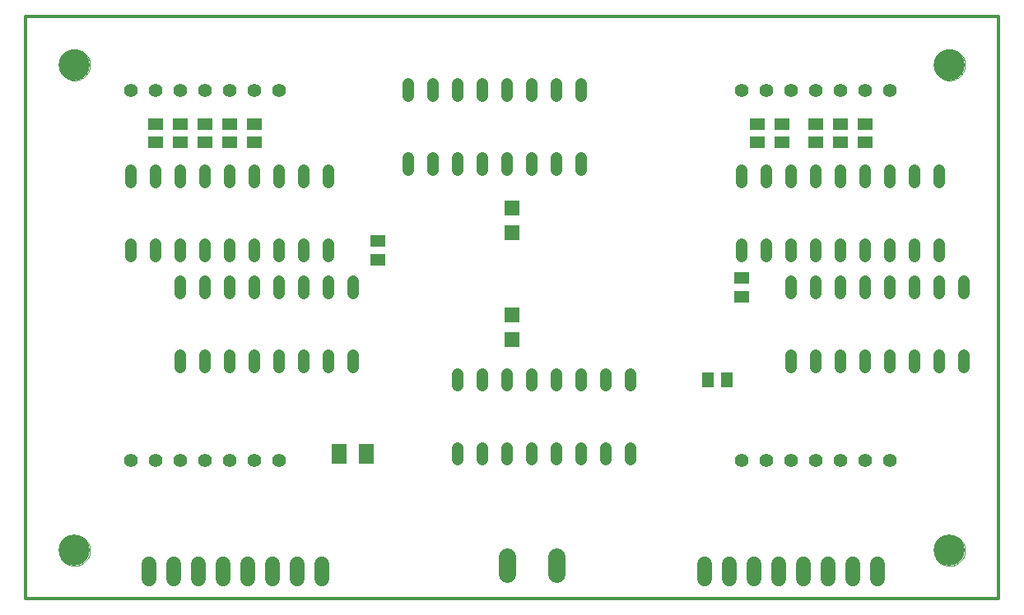
<source format=gts>
G75*
%MOIN*%
%OFA0B0*%
%FSLAX24Y24*%
%IPPOS*%
%LPD*%
%AMOC8*
5,1,8,0,0,1.08239X$1,22.5*
%
%ADD10C,0.0120*%
%ADD11C,0.0480*%
%ADD12C,0.0551*%
%ADD13R,0.0591X0.0591*%
%ADD14C,0.0600*%
%ADD15R,0.0591X0.0512*%
%ADD16R,0.0512X0.0591*%
%ADD17R,0.0630X0.0787*%
%ADD18C,0.0705*%
%ADD19C,0.0000*%
%ADD20C,0.1260*%
D10*
X009609Y006799D02*
X009609Y030421D01*
X048979Y030421D01*
X048979Y006799D01*
X009609Y006799D01*
D11*
X015859Y016185D02*
X015859Y016665D01*
X016859Y016665D02*
X016859Y016185D01*
X017859Y016185D02*
X017859Y016665D01*
X018859Y016665D02*
X018859Y016185D01*
X019859Y016185D02*
X019859Y016665D01*
X020859Y016665D02*
X020859Y016185D01*
X021859Y016185D02*
X021859Y016665D01*
X022859Y016665D02*
X022859Y016185D01*
X027109Y015915D02*
X027109Y015435D01*
X028109Y015435D02*
X028109Y015915D01*
X029109Y015915D02*
X029109Y015435D01*
X030109Y015435D02*
X030109Y015915D01*
X031109Y015915D02*
X031109Y015435D01*
X032109Y015435D02*
X032109Y015915D01*
X033109Y015915D02*
X033109Y015435D01*
X034109Y015435D02*
X034109Y015915D01*
X034109Y012915D02*
X034109Y012435D01*
X033109Y012435D02*
X033109Y012915D01*
X032109Y012915D02*
X032109Y012435D01*
X031109Y012435D02*
X031109Y012915D01*
X030109Y012915D02*
X030109Y012435D01*
X029109Y012435D02*
X029109Y012915D01*
X028109Y012915D02*
X028109Y012435D01*
X027109Y012435D02*
X027109Y012915D01*
X022859Y019185D02*
X022859Y019665D01*
X021859Y019665D02*
X021859Y019185D01*
X020859Y019185D02*
X020859Y019665D01*
X019859Y019665D02*
X019859Y019185D01*
X018859Y019185D02*
X018859Y019665D01*
X017859Y019665D02*
X017859Y019185D01*
X016859Y019185D02*
X016859Y019665D01*
X015859Y019665D02*
X015859Y019185D01*
X015859Y020685D02*
X015859Y021165D01*
X016859Y021165D02*
X016859Y020685D01*
X017859Y020685D02*
X017859Y021165D01*
X018859Y021165D02*
X018859Y020685D01*
X019859Y020685D02*
X019859Y021165D01*
X020859Y021165D02*
X020859Y020685D01*
X021859Y020685D02*
X021859Y021165D01*
X021859Y023685D02*
X021859Y024165D01*
X020859Y024165D02*
X020859Y023685D01*
X019859Y023685D02*
X019859Y024165D01*
X018859Y024165D02*
X018859Y023685D01*
X017859Y023685D02*
X017859Y024165D01*
X016859Y024165D02*
X016859Y023685D01*
X015859Y023685D02*
X015859Y024165D01*
X014859Y024165D02*
X014859Y023685D01*
X013859Y023685D02*
X013859Y024165D01*
X013859Y021165D02*
X013859Y020685D01*
X014859Y020685D02*
X014859Y021165D01*
X025109Y024185D02*
X025109Y024665D01*
X026109Y024665D02*
X026109Y024185D01*
X027109Y024185D02*
X027109Y024665D01*
X028109Y024665D02*
X028109Y024185D01*
X029109Y024185D02*
X029109Y024665D01*
X030109Y024665D02*
X030109Y024185D01*
X031109Y024185D02*
X031109Y024665D01*
X032109Y024665D02*
X032109Y024185D01*
X032109Y027185D02*
X032109Y027665D01*
X031109Y027665D02*
X031109Y027185D01*
X030109Y027185D02*
X030109Y027665D01*
X029109Y027665D02*
X029109Y027185D01*
X028109Y027185D02*
X028109Y027665D01*
X027109Y027665D02*
X027109Y027185D01*
X026109Y027185D02*
X026109Y027665D01*
X025109Y027665D02*
X025109Y027185D01*
X038609Y024165D02*
X038609Y023685D01*
X039609Y023685D02*
X039609Y024165D01*
X040609Y024165D02*
X040609Y023685D01*
X041609Y023685D02*
X041609Y024165D01*
X042609Y024165D02*
X042609Y023685D01*
X043609Y023685D02*
X043609Y024165D01*
X044609Y024165D02*
X044609Y023685D01*
X045609Y023685D02*
X045609Y024165D01*
X046609Y024165D02*
X046609Y023685D01*
X046609Y021165D02*
X046609Y020685D01*
X045609Y020685D02*
X045609Y021165D01*
X044609Y021165D02*
X044609Y020685D01*
X043609Y020685D02*
X043609Y021165D01*
X042609Y021165D02*
X042609Y020685D01*
X041609Y020685D02*
X041609Y021165D01*
X040609Y021165D02*
X040609Y020685D01*
X039609Y020685D02*
X039609Y021165D01*
X038609Y021165D02*
X038609Y020685D01*
X040609Y019665D02*
X040609Y019185D01*
X041609Y019185D02*
X041609Y019665D01*
X042609Y019665D02*
X042609Y019185D01*
X043609Y019185D02*
X043609Y019665D01*
X044609Y019665D02*
X044609Y019185D01*
X045609Y019185D02*
X045609Y019665D01*
X046609Y019665D02*
X046609Y019185D01*
X047609Y019185D02*
X047609Y019665D01*
X047609Y016665D02*
X047609Y016185D01*
X046609Y016185D02*
X046609Y016665D01*
X045609Y016665D02*
X045609Y016185D01*
X044609Y016185D02*
X044609Y016665D01*
X043609Y016665D02*
X043609Y016185D01*
X042609Y016185D02*
X042609Y016665D01*
X041609Y016665D02*
X041609Y016185D01*
X040609Y016185D02*
X040609Y016665D01*
D12*
X040609Y012425D03*
X041609Y012425D03*
X042609Y012425D03*
X043609Y012425D03*
X044609Y012425D03*
X039609Y012425D03*
X038609Y012425D03*
X019859Y012425D03*
X018859Y012425D03*
X017859Y012425D03*
X016859Y012425D03*
X015859Y012425D03*
X014859Y012425D03*
X013859Y012425D03*
X013859Y027425D03*
X014859Y027425D03*
X015859Y027425D03*
X016859Y027425D03*
X017859Y027425D03*
X018859Y027425D03*
X019859Y027425D03*
X038609Y027425D03*
X039609Y027425D03*
X040609Y027425D03*
X041609Y027425D03*
X042609Y027425D03*
X043609Y027425D03*
X044609Y027425D03*
D13*
X029294Y022653D03*
X029294Y021653D03*
X029294Y018322D03*
X029294Y017322D03*
D14*
X021609Y008225D02*
X021609Y007625D01*
X020609Y007625D02*
X020609Y008225D01*
X019609Y008225D02*
X019609Y007625D01*
X018609Y007625D02*
X018609Y008225D01*
X017609Y008225D02*
X017609Y007625D01*
X016609Y007625D02*
X016609Y008225D01*
X015609Y008225D02*
X015609Y007625D01*
X014609Y007625D02*
X014609Y008225D01*
X037109Y008225D02*
X037109Y007625D01*
X038109Y007625D02*
X038109Y008225D01*
X039109Y008225D02*
X039109Y007625D01*
X040109Y007625D02*
X040109Y008225D01*
X041109Y008225D02*
X041109Y007625D01*
X042109Y007625D02*
X042109Y008225D01*
X043109Y008225D02*
X043109Y007625D01*
X044109Y007625D02*
X044109Y008225D01*
D15*
X038609Y019051D03*
X038609Y019799D03*
X039234Y025301D03*
X039234Y026049D03*
X040234Y026049D03*
X040234Y025301D03*
X041609Y025301D03*
X042609Y025301D03*
X042609Y026049D03*
X041609Y026049D03*
X043609Y026049D03*
X043609Y025301D03*
X023859Y021299D03*
X023859Y020551D03*
X018859Y025301D03*
X018859Y026049D03*
X017859Y026049D03*
X016859Y026049D03*
X016859Y025301D03*
X017859Y025301D03*
X015859Y025301D03*
X015859Y026049D03*
X014859Y026049D03*
X014859Y025301D03*
D16*
X037235Y015675D03*
X037983Y015675D03*
D17*
X023410Y012675D03*
X022307Y012675D03*
D18*
X029109Y008527D02*
X029109Y007822D01*
X031109Y007822D02*
X031109Y008527D01*
D19*
X046380Y008767D02*
X046382Y008817D01*
X046388Y008867D01*
X046398Y008916D01*
X046412Y008964D01*
X046429Y009011D01*
X046450Y009056D01*
X046475Y009100D01*
X046503Y009141D01*
X046535Y009180D01*
X046569Y009217D01*
X046606Y009251D01*
X046646Y009281D01*
X046688Y009308D01*
X046732Y009332D01*
X046778Y009353D01*
X046825Y009369D01*
X046873Y009382D01*
X046923Y009391D01*
X046972Y009396D01*
X047023Y009397D01*
X047073Y009394D01*
X047122Y009387D01*
X047171Y009376D01*
X047219Y009361D01*
X047265Y009343D01*
X047310Y009321D01*
X047353Y009295D01*
X047394Y009266D01*
X047433Y009234D01*
X047469Y009199D01*
X047501Y009161D01*
X047531Y009121D01*
X047558Y009078D01*
X047581Y009034D01*
X047600Y008988D01*
X047616Y008940D01*
X047628Y008891D01*
X047636Y008842D01*
X047640Y008792D01*
X047640Y008742D01*
X047636Y008692D01*
X047628Y008643D01*
X047616Y008594D01*
X047600Y008546D01*
X047581Y008500D01*
X047558Y008456D01*
X047531Y008413D01*
X047501Y008373D01*
X047469Y008335D01*
X047433Y008300D01*
X047394Y008268D01*
X047353Y008239D01*
X047310Y008213D01*
X047265Y008191D01*
X047219Y008173D01*
X047171Y008158D01*
X047122Y008147D01*
X047073Y008140D01*
X047023Y008137D01*
X046972Y008138D01*
X046923Y008143D01*
X046873Y008152D01*
X046825Y008165D01*
X046778Y008181D01*
X046732Y008202D01*
X046688Y008226D01*
X046646Y008253D01*
X046606Y008283D01*
X046569Y008317D01*
X046535Y008354D01*
X046503Y008393D01*
X046475Y008434D01*
X046450Y008478D01*
X046429Y008523D01*
X046412Y008570D01*
X046398Y008618D01*
X046388Y008667D01*
X046382Y008717D01*
X046380Y008767D01*
X046380Y028452D02*
X046382Y028502D01*
X046388Y028552D01*
X046398Y028601D01*
X046412Y028649D01*
X046429Y028696D01*
X046450Y028741D01*
X046475Y028785D01*
X046503Y028826D01*
X046535Y028865D01*
X046569Y028902D01*
X046606Y028936D01*
X046646Y028966D01*
X046688Y028993D01*
X046732Y029017D01*
X046778Y029038D01*
X046825Y029054D01*
X046873Y029067D01*
X046923Y029076D01*
X046972Y029081D01*
X047023Y029082D01*
X047073Y029079D01*
X047122Y029072D01*
X047171Y029061D01*
X047219Y029046D01*
X047265Y029028D01*
X047310Y029006D01*
X047353Y028980D01*
X047394Y028951D01*
X047433Y028919D01*
X047469Y028884D01*
X047501Y028846D01*
X047531Y028806D01*
X047558Y028763D01*
X047581Y028719D01*
X047600Y028673D01*
X047616Y028625D01*
X047628Y028576D01*
X047636Y028527D01*
X047640Y028477D01*
X047640Y028427D01*
X047636Y028377D01*
X047628Y028328D01*
X047616Y028279D01*
X047600Y028231D01*
X047581Y028185D01*
X047558Y028141D01*
X047531Y028098D01*
X047501Y028058D01*
X047469Y028020D01*
X047433Y027985D01*
X047394Y027953D01*
X047353Y027924D01*
X047310Y027898D01*
X047265Y027876D01*
X047219Y027858D01*
X047171Y027843D01*
X047122Y027832D01*
X047073Y027825D01*
X047023Y027822D01*
X046972Y027823D01*
X046923Y027828D01*
X046873Y027837D01*
X046825Y027850D01*
X046778Y027866D01*
X046732Y027887D01*
X046688Y027911D01*
X046646Y027938D01*
X046606Y027968D01*
X046569Y028002D01*
X046535Y028039D01*
X046503Y028078D01*
X046475Y028119D01*
X046450Y028163D01*
X046429Y028208D01*
X046412Y028255D01*
X046398Y028303D01*
X046388Y028352D01*
X046382Y028402D01*
X046380Y028452D01*
X010947Y028452D02*
X010949Y028502D01*
X010955Y028552D01*
X010965Y028601D01*
X010979Y028649D01*
X010996Y028696D01*
X011017Y028741D01*
X011042Y028785D01*
X011070Y028826D01*
X011102Y028865D01*
X011136Y028902D01*
X011173Y028936D01*
X011213Y028966D01*
X011255Y028993D01*
X011299Y029017D01*
X011345Y029038D01*
X011392Y029054D01*
X011440Y029067D01*
X011490Y029076D01*
X011539Y029081D01*
X011590Y029082D01*
X011640Y029079D01*
X011689Y029072D01*
X011738Y029061D01*
X011786Y029046D01*
X011832Y029028D01*
X011877Y029006D01*
X011920Y028980D01*
X011961Y028951D01*
X012000Y028919D01*
X012036Y028884D01*
X012068Y028846D01*
X012098Y028806D01*
X012125Y028763D01*
X012148Y028719D01*
X012167Y028673D01*
X012183Y028625D01*
X012195Y028576D01*
X012203Y028527D01*
X012207Y028477D01*
X012207Y028427D01*
X012203Y028377D01*
X012195Y028328D01*
X012183Y028279D01*
X012167Y028231D01*
X012148Y028185D01*
X012125Y028141D01*
X012098Y028098D01*
X012068Y028058D01*
X012036Y028020D01*
X012000Y027985D01*
X011961Y027953D01*
X011920Y027924D01*
X011877Y027898D01*
X011832Y027876D01*
X011786Y027858D01*
X011738Y027843D01*
X011689Y027832D01*
X011640Y027825D01*
X011590Y027822D01*
X011539Y027823D01*
X011490Y027828D01*
X011440Y027837D01*
X011392Y027850D01*
X011345Y027866D01*
X011299Y027887D01*
X011255Y027911D01*
X011213Y027938D01*
X011173Y027968D01*
X011136Y028002D01*
X011102Y028039D01*
X011070Y028078D01*
X011042Y028119D01*
X011017Y028163D01*
X010996Y028208D01*
X010979Y028255D01*
X010965Y028303D01*
X010955Y028352D01*
X010949Y028402D01*
X010947Y028452D01*
X010947Y008767D02*
X010949Y008817D01*
X010955Y008867D01*
X010965Y008916D01*
X010979Y008964D01*
X010996Y009011D01*
X011017Y009056D01*
X011042Y009100D01*
X011070Y009141D01*
X011102Y009180D01*
X011136Y009217D01*
X011173Y009251D01*
X011213Y009281D01*
X011255Y009308D01*
X011299Y009332D01*
X011345Y009353D01*
X011392Y009369D01*
X011440Y009382D01*
X011490Y009391D01*
X011539Y009396D01*
X011590Y009397D01*
X011640Y009394D01*
X011689Y009387D01*
X011738Y009376D01*
X011786Y009361D01*
X011832Y009343D01*
X011877Y009321D01*
X011920Y009295D01*
X011961Y009266D01*
X012000Y009234D01*
X012036Y009199D01*
X012068Y009161D01*
X012098Y009121D01*
X012125Y009078D01*
X012148Y009034D01*
X012167Y008988D01*
X012183Y008940D01*
X012195Y008891D01*
X012203Y008842D01*
X012207Y008792D01*
X012207Y008742D01*
X012203Y008692D01*
X012195Y008643D01*
X012183Y008594D01*
X012167Y008546D01*
X012148Y008500D01*
X012125Y008456D01*
X012098Y008413D01*
X012068Y008373D01*
X012036Y008335D01*
X012000Y008300D01*
X011961Y008268D01*
X011920Y008239D01*
X011877Y008213D01*
X011832Y008191D01*
X011786Y008173D01*
X011738Y008158D01*
X011689Y008147D01*
X011640Y008140D01*
X011590Y008137D01*
X011539Y008138D01*
X011490Y008143D01*
X011440Y008152D01*
X011392Y008165D01*
X011345Y008181D01*
X011299Y008202D01*
X011255Y008226D01*
X011213Y008253D01*
X011173Y008283D01*
X011136Y008317D01*
X011102Y008354D01*
X011070Y008393D01*
X011042Y008434D01*
X011017Y008478D01*
X010996Y008523D01*
X010979Y008570D01*
X010965Y008618D01*
X010955Y008667D01*
X010949Y008717D01*
X010947Y008767D01*
D20*
X011577Y008767D03*
X011577Y028452D03*
X047010Y028452D03*
X047010Y008767D03*
M02*

</source>
